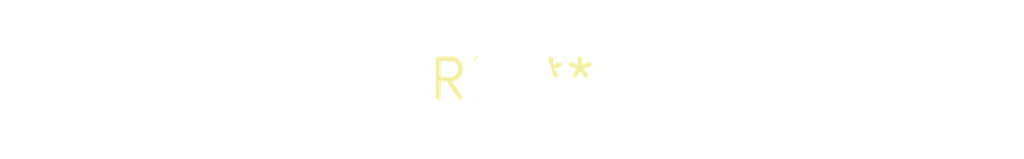
<source format=kicad_pcb>
(kicad_pcb (version 20240108) (generator pcbnew)
  (layers (0 "F.Cu" signal) (31 "B.Cu" signal) (34 "B.Paste" user) (35 "F.Paste" user) (36 "B.SilkS" user "B.Silkscreen") (37 "F.SilkS" user "F.Silkscreen") (38 "B.Mask" user) (39 "F.Mask" user) (44 "Edge.Cuts" user))
  (net 0 "")
  (footprint "MountingHole_2.7mm_M2.5_DIN965" (layer "F.Cu") (at 0 0)
    (property "Reference" "REF**")
    (property "Value" "MountingHole_2.7mm_M2.5_DIN965")
    (pad "" np_thru_hole circle (at 0 0) (size 2.7 2.7) (drill 2.7) (layers *.Cu *.Mask))
  )
)
</source>
